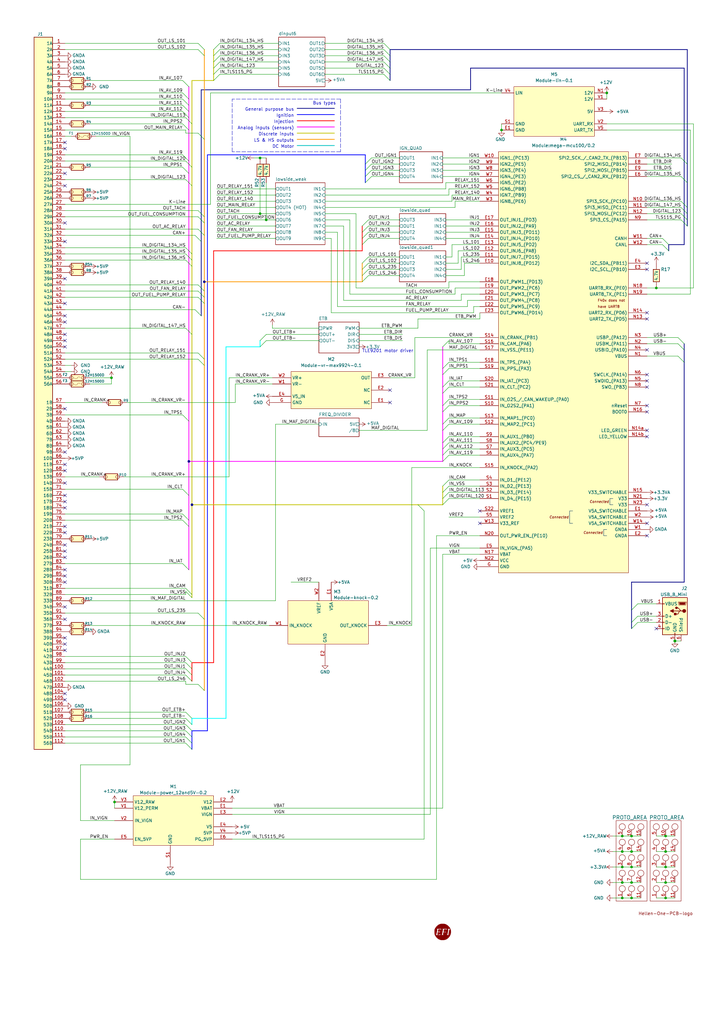
<source format=kicad_sch>
(kicad_sch (version 20230121) (generator eeschema)
  (paper "A3" portrait)
  (title_block (title "hellen-112-17") (date "2023-10-01") (rev "B") (company "rusEFI.com") (comment 1 "https://rusefi.com/s/h112-17"))
  (junction (at 259.08 361.95))
  (junction (at 273.05 368.3))
  (junction (at 259.08 349.25))
  (junction (at 83.82 115.57))
  (junction (at 269.24 118.11))
  (junction (at 259.08 342.9))
  (junction (at 276.86 262.89) (diameter 1.016))
  (junction (at 106.68 64.77))
  (junction (at 273.05 349.25))
  (junction (at 273.05 355.6))
  (junction (at 106.68 87.63))
  (junction (at 259.08 368.3))
  (junction (at 77.47 189.23))
  (junction (at 255.27 368.3))
  (junction (at 78.74 207.01))
  (junction (at 255.27 349.25))
  (junction (at 109.22 90.17))
  (junction (at 255.27 342.9))
  (junction (at 273.05 361.95))
  (junction (at 46.99 328.93))
  (junction (at 273.05 342.9))
  (junction (at 255.27 355.6))
  (junction (at 259.08 355.6))
  (junction (at 255.27 361.95))
  (junction (at 205.74 53.34))
  (junction (at 248.92 38.1))
  (junction (at 45.72 154.94))
  (no_connect (at 26.67 139.7))
  (no_connect (at 26.67 215.9))
  (no_connect (at 26.67 238.76))
  (no_connect (at 26.67 193.04))
  (no_connect (at 265.43 143.51))
  (no_connect (at 26.67 185.42))
  (no_connect (at 265.43 130.81))
  (no_connect (at 265.43 176.53))
  (no_connect (at 26.67 99.06))
  (no_connect (at 26.67 218.44))
  (no_connect (at 265.43 153.67))
  (no_connect (at 26.67 198.12))
  (no_connect (at 265.43 158.75))
  (no_connect (at 265.43 219.71))
  (no_connect (at 26.67 167.64))
  (no_connect (at 26.67 190.5))
  (no_connect (at 26.67 60.96))
  (no_connect (at 26.67 233.68))
  (no_connect (at 160.02 160.02))
  (no_connect (at 26.67 266.7))
  (no_connect (at 26.67 124.46))
  (no_connect (at 26.67 114.3))
  (no_connect (at 26.67 264.16))
  (no_connect (at 26.67 129.54))
  (no_connect (at 26.67 254))
  (no_connect (at 26.67 142.24))
  (no_connect (at 265.43 179.07))
  (no_connect (at 26.67 287.02))
  (no_connect (at 265.43 128.27))
  (no_connect (at 26.67 76.2))
  (no_connect (at 265.43 168.91))
  (no_connect (at 265.43 156.21))
  (no_connect (at 26.67 226.06))
  (no_connect (at 26.67 203.2))
  (no_connect (at 265.43 207.01))
  (no_connect (at 26.67 58.42))
  (no_connect (at 26.67 205.74))
  (no_connect (at 26.67 208.28))
  (no_connect (at 26.67 228.6))
  (no_connect (at 26.67 284.48))
  (no_connect (at 160.02 165.1))
  (no_connect (at 269.24 257.81))
  (no_connect (at 26.67 91.44))
  (no_connect (at 26.67 261.62))
  (no_connect (at 26.67 71.12))
  (no_connect (at 265.43 214.63))
  (no_connect (at 26.67 223.52))
  (no_connect (at 26.67 137.16))
  (no_connect (at 265.43 107.95))
  (no_connect (at 265.43 110.49))
  (no_connect (at 196.85 209.55))
  (no_connect (at 196.85 214.63))
  (no_connect (at 265.43 166.37))
  (no_connect (at 26.67 248.92))
  (no_connect (at 26.67 132.08))
  (no_connect (at 26.67 236.22))
  (bus_entry (at 184.15 199.39) (size -2.54 2.54))
  (bus_entry (at 279.4 72.39) (size 2.54 2.54))
  (bus_entry (at 151.13 113.03) (size -2.54 2.54))
  (bus_entry (at 76.2 66.04) (size 2.54 2.54))
  (bus_entry (at 152.4 72.39) (size -2.54 2.54))
  (bus_entry (at 184.15 181.61) (size -2.54 2.54))
  (bus_entry (at 76.2 276.86) (size 2.54 2.54))
  (bus_entry (at 278.13 138.43) (size 2.54 2.54) (stroke (width 0.1524)))
  (bus_entry (at 81.28 88.9) (size 2.54 2.54))
  (bus_entry (at 76.2 302.26) (size 2.54 2.54))
  (bus_entry (at 74.93 33.02) (size 2.54 2.54))
  (bus_entry (at 80.01 96.52) (size 2.54 2.54))
  (bus_entry (at 157.48 27.94) (size 2.54 2.54))
  (bus_entry (at 157.48 20.32) (size 2.54 2.54))
  (bus_entry (at 184.15 166.37) (size -2.54 2.54))
  (bus_entry (at 261.62 247.65) (size -2.54 2.54))
  (bus_entry (at 261.62 255.27) (size -2.54 2.54))
  (bus_entry (at 81.28 144.78) (size 2.54 2.54))
  (bus_entry (at 74.93 45.72) (size 2.54 2.54))
  (bus_entry (at 157.48 22.86) (size 2.54 2.54))
  (bus_entry (at 184.15 163.83) (size -2.54 2.54))
  (bus_entry (at 184.15 179.07) (size -2.54 2.54))
  (bus_entry (at 279.4 85.09) (size 2.54 2.54))
  (bus_entry (at 81.28 93.98) (size 2.54 2.54))
  (bus_entry (at 81.28 121.92) (size 2.54 2.54))
  (bus_entry (at 90.17 17.78) (size -2.54 2.54))
  (bus_entry (at 184.15 139.7) (size -2.54 2.54))
  (bus_entry (at 76.2 269.24) (size 2.54 2.54))
  (bus_entry (at 151.13 90.17) (size -2.54 2.54))
  (bus_entry (at 74.93 210.82) (size 2.54 2.54))
  (bus_entry (at 74.93 200.66) (size 2.54 2.54))
  (bus_entry (at 152.4 69.85) (size -2.54 2.54))
  (bus_entry (at 81.28 119.38) (size 2.54 2.54))
  (bus_entry (at 74.93 38.1) (size 2.54 2.54))
  (bus_entry (at 80.01 127) (size 2.54 2.54))
  (bus_entry (at 74.93 40.64) (size 2.54 2.54))
  (bus_entry (at 184.15 151.13) (size -2.54 2.54))
  (bus_entry (at 173.99 209.55) (size -2.54 -2.54))
  (bus_entry (at 271.78 100.33) (size 2.54 2.54))
  (bus_entry (at 151.13 97.79) (size -2.54 2.54))
  (bus_entry (at 184.15 148.59) (size -2.54 2.54))
  (bus_entry (at 157.48 30.48) (size 2.54 2.54))
  (bus_entry (at 74.93 63.5) (size 2.54 2.54))
  (bus_entry (at 184.15 158.75) (size -2.54 2.54))
  (bus_entry (at 74.93 68.58) (size 2.54 2.54))
  (bus_entry (at 76.2 292.1) (size 2.54 2.54))
  (bus_entry (at 90.17 30.48) (size -2.54 2.54))
  (bus_entry (at 109.22 139.7) (size -2.54 2.54))
  (bus_entry (at 279.4 87.63) (size 2.54 2.54))
  (bus_entry (at 278.13 146.05) (size 2.54 2.54) (stroke (width 0.1524)))
  (bus_entry (at 157.48 25.4) (size 2.54 2.54))
  (bus_entry (at 81.28 280.67) (size 2.54 2.54))
  (bus_entry (at 151.13 105.41) (size -2.54 2.54))
  (bus_entry (at 184.15 184.15) (size -2.54 2.54))
  (bus_entry (at 76.2 106.68) (size 2.54 2.54))
  (bus_entry (at 76.2 73.66) (size 2.54 2.54))
  (bus_entry (at 76.2 104.14) (size 2.54 2.54))
  (bus_entry (at 261.62 252.73) (size -2.54 2.54))
  (bus_entry (at 151.13 107.95) (size -2.54 2.54))
  (bus_entry (at 184.15 186.69) (size -2.54 2.54))
  (bus_entry (at 271.78 97.79) (size 2.54 2.54))
  (bus_entry (at 184.15 196.85) (size -2.54 2.54))
  (bus_entry (at 74.93 43.18) (size 2.54 2.54))
  (bus_entry (at 184.15 171.45) (size -2.54 2.54))
  (bus_entry (at 90.17 20.32) (size -2.54 2.54))
  (bus_entry (at 81.28 116.84) (size 2.54 2.54))
  (bus_entry (at 184.15 204.47) (size -2.54 2.54))
  (bus_entry (at 90.17 22.86) (size -2.54 2.54))
  (bus_entry (at 278.13 140.97) (size 2.54 2.54) (stroke (width 0.1524)))
  (bus_entry (at 152.4 67.31) (size -2.54 2.54))
  (bus_entry (at 76.2 242.57) (size 2.54 2.54))
  (bus_entry (at 151.13 92.71) (size -2.54 2.54))
  (bus_entry (at 76.2 299.72) (size 2.54 2.54))
  (bus_entry (at 76.2 48.26) (size 2.54 2.54))
  (bus_entry (at 279.4 82.55) (size 2.54 2.54))
  (bus_entry (at 76.2 271.78) (size 2.54 2.54))
  (bus_entry (at 151.13 110.49) (size -2.54 2.54))
  (bus_entry (at 76.2 304.8) (size 2.54 2.54))
  (bus_entry (at 109.22 137.16) (size -2.54 2.54))
  (bus_entry (at 90.17 27.94) (size -2.54 2.54))
  (bus_entry (at 74.93 213.36) (size 2.54 2.54))
  (bus_entry (at 76.2 134.62) (size 2.54 2.54))
  (bus_entry (at 184.15 156.21) (size -2.54 2.54))
  (bus_entry (at 81.28 86.36) (size 2.54 2.54))
  (bus_entry (at 76.2 297.18) (size 2.54 2.54))
  (bus_entry (at 157.48 17.78) (size 2.54 2.54))
  (bus_entry (at 81.28 20.32) (size 2.54 2.54))
  (bus_entry (at 76.2 101.6) (size 2.54 2.54))
  (bus_entry (at 279.4 90.17) (size 2.54 2.54))
  (bus_entry (at 76.2 294.64) (size 2.54 2.54))
  (bus_entry (at 81.28 147.32) (size 2.54 2.54))
  (bus_entry (at 151.13 95.25) (size -2.54 2.54))
  (bus_entry (at 81.28 251.46) (size 2.54 2.54))
  (bus_entry (at 279.4 64.77) (size 2.54 2.54))
  (bus_entry (at 81.28 54.61) (size 2.54 2.54))
  (bus_entry (at 76.2 241.3) (size 2.54 2.54))
  (bus_entry (at 74.93 231.14) (size 2.54 2.54))
  (bus_entry (at 76.2 274.32) (size 2.54 2.54))
  (bus_entry (at 81.28 17.78) (size 2.54 2.54))
  (bus_entry (at 74.93 50.8) (size 2.54 2.54))
  (bus_entry (at 74.93 170.18) (size 2.54 2.54))
  (bus_entry (at 152.4 64.77) (size -2.54 2.54))
  (bus_entry (at 184.15 201.93) (size -2.54 2.54))
  (bus_entry (at 90.17 25.4) (size -2.54 2.54))
  (bus_entry (at 184.15 173.99) (size -2.54 2.54))
  (wire (pts (xy 255.27 349.25) (xy 259.08 349.25)))
  (wire (pts (xy 26.67 302.26) (xy 76.2 302.26)))
  (bus (pts (xy 160.02 22.86) (xy 160.02 25.4)))
  (wire (pts (xy 151.13 110.49) (xy 163.83 110.49)))
  (wire (pts (xy 74.93 33.02) (xy 36.83 33.02)))
  (wire (pts (xy 88.9 77.47) (xy 113.03 77.47)))
  (bus (pts (xy 77.47 203.2) (xy 77.47 213.36)) (stroke (width 0) (color 255 0 255 1)))
  (wire (pts (xy 26.67 269.24) (xy 76.2 269.24)))
  (wire (pts (xy 182.88 113.03) (xy 190.5 113.03)))
  (bus (pts (xy 82.55 99.06) (xy 82.55 36.83)))
  (wire (pts (xy 269.24 252.73) (xy 261.62 252.73)))
  (bus (pts (xy 149.86 69.85) (xy 149.86 72.39)) (stroke (width 0) (color 0 0 255 1)))
  (wire (pts (xy 147.32 139.7) (xy 165.1 139.7)))
  (wire (pts (xy 88.9 92.71) (xy 113.03 92.71)))
  (wire (pts (xy 275.59 67.31) (xy 265.43 67.31)))
  (wire (pts (xy 26.67 121.92) (xy 81.28 121.92)))
  (wire (pts (xy 170.18 154.94) (xy 160.02 154.94)))
  (wire (pts (xy 151.13 95.25) (xy 163.83 95.25)))
  (wire (pts (xy 273.05 342.9) (xy 276.86 342.9)))
  (wire (pts (xy 186.69 118.11) (xy 186.69 120.65)))
  (wire (pts (xy 194.31 128.27) (xy 135.89 128.27)))
  (bus (pts (xy 148.59 100.33) (xy 148.59 102.87)) (stroke (width 0) (color 255 0 0 1)))
  (bus (pts (xy 181.61 151.13) (xy 181.61 153.67)) (stroke (width 0) (color 255 0 255 1)))
  (bus (pts (xy 137.16 49.53) (xy 121.92 49.53)) (stroke (width 0.3048) (color 255 0 0 1)))
  (wire (pts (xy 96.52 157.48) (xy 96.52 165.1)))
  (wire (pts (xy 26.67 83.82) (xy 86.36 83.82)))
  (wire (pts (xy 96.52 157.48) (xy 111.76 157.48)))
  (wire (pts (xy 93.98 154.94) (xy 111.76 154.94)))
  (bus (pts (xy 77.47 53.34) (xy 77.47 66.04)) (stroke (width 0) (color 255 0 255 1)))
  (wire (pts (xy 255.27 368.3) (xy 259.08 368.3)))
  (wire (pts (xy 26.67 213.36) (xy 74.93 213.36)))
  (bus (pts (xy 181.61 186.69) (xy 181.61 189.23)) (stroke (width 0) (color 255 0 255 1)))
  (wire (pts (xy 26.67 147.32) (xy 81.28 147.32)))
  (bus (pts (xy 106.68 139.7) (xy 106.68 142.24)) (stroke (width 0) (color 0 255 255 1)))
  (wire (pts (xy 265.43 90.17) (xy 279.4 90.17)))
  (wire (pts (xy 26.67 38.1) (xy 74.93 38.1)))
  (wire (pts (xy 170.18 138.43) (xy 196.85 138.43)))
  (wire (pts (xy 140.97 92.71) (xy 133.35 92.71)))
  (wire (pts (xy 251.46 349.25) (xy 255.27 349.25)))
  (wire (pts (xy 179.07 360.68) (xy 33.02 360.68)))
  (bus (pts (xy 281.94 90.17) (xy 281.94 87.63)))
  (wire (pts (xy 151.13 90.17) (xy 163.83 90.17)))
  (wire (pts (xy 265.43 87.63) (xy 279.4 87.63)))
  (bus (pts (xy 83.82 121.92) (xy 83.82 124.46)) (stroke (width 0) (color 255 153 0 1)))
  (bus (pts (xy 137.16 57.15) (xy 121.92 57.15)) (stroke (width 0.3048) (color 255 153 0 1)))
  (wire (pts (xy 95.25 331.47) (xy 181.61 331.47)))
  (wire (pts (xy 251.46 355.6) (xy 255.27 355.6)))
  (bus (pts (xy 281.94 92.71) (xy 281.94 90.17)))
  (wire (pts (xy 26.67 271.78) (xy 76.2 271.78)))
  (wire (pts (xy 26.67 86.36) (xy 81.28 86.36)))
  (bus (pts (xy 92.71 294.64) (xy 78.74 294.64)) (stroke (width 0) (color 0 255 255 1)))
  (wire (pts (xy 152.4 67.31) (xy 163.83 67.31)))
  (wire (pts (xy 265.43 82.55) (xy 279.4 82.55)))
  (wire (pts (xy 184.15 158.75) (xy 196.85 158.75)))
  (wire (pts (xy 271.78 97.79) (xy 265.43 97.79)))
  (wire (pts (xy 151.13 107.95) (xy 163.83 107.95)))
  (bus (pts (xy 181.61 153.67) (xy 181.61 158.75)) (stroke (width 0) (color 255 0 255 1)))
  (wire (pts (xy 179.07 219.71) (xy 196.85 219.71)))
  (bus (pts (xy 82.55 36.83) (xy 193.04 36.83)))
  (wire (pts (xy 74.93 50.8) (xy 36.83 50.8)))
  (wire (pts (xy 194.31 125.73) (xy 194.31 128.27)))
  (wire (pts (xy 119.38 238.76) (xy 130.81 238.76)))
  (wire (pts (xy 184.15 171.45) (xy 196.85 171.45)))
  (wire (pts (xy 26.67 96.52) (xy 80.01 96.52)))
  (bus (pts (xy 148.59 97.79) (xy 148.59 100.33)) (stroke (width 0) (color 255 0 0 1)))
  (wire (pts (xy 182.88 92.71) (xy 196.85 92.71)))
  (bus (pts (xy 181.61 166.37) (xy 181.61 168.91)) (stroke (width 0) (color 255 0 255 1)))
  (wire (pts (xy 152.4 69.85) (xy 163.83 69.85)))
  (wire (pts (xy 39.37 55.88) (xy 53.34 55.88)))
  (wire (pts (xy 36.83 157.48) (xy 45.72 157.48)))
  (bus (pts (xy 171.45 207.01) (xy 181.61 207.01)) (stroke (width 0) (color 194 194 0 1)))
  (bus (pts (xy 77.47 43.18) (xy 77.47 45.72)) (stroke (width 0) (color 255 0 255 1)))
  (wire (pts (xy 26.67 45.72) (xy 74.93 45.72)))
  (bus (pts (xy 281.94 85.09) (xy 281.94 74.93)))
  (bus (pts (xy 181.61 199.39) (xy 181.61 201.93)) (stroke (width 0) (color 194 194 0 1)))
  (bus (pts (xy 281.94 67.31) (xy 281.94 20.32)))
  (polyline (pts (xy 139.7 40.64) (xy 95.25 40.64)) (stroke (width 0) (type dash)))
  (bus (pts (xy 148.59 95.25) (xy 148.59 97.79)) (stroke (width 0) (color 255 0 0 1)))
  (wire (pts (xy 269.24 349.25) (xy 273.05 349.25)))
  (bus (pts (xy 259.08 250.19) (xy 259.08 255.27)))
  (wire (pts (xy 33.02 313.69) (xy 33.02 336.55)))
  (wire (pts (xy 181.61 72.39) (xy 196.85 72.39)))
  (bus (pts (xy 78.74 68.58) (xy 78.74 50.8)) (stroke (width 0) (color 194 194 0 1)))
  (wire (pts (xy 36.83 294.64) (xy 76.2 294.64)))
  (wire (pts (xy 133.35 77.47) (xy 182.88 77.47)))
  (wire (pts (xy 187.96 107.95) (xy 187.96 102.87)))
  (bus (pts (xy 181.61 142.24) (xy 181.61 151.13)) (stroke (width 0) (color 255 0 255 1)))
  (wire (pts (xy 168.91 191.77) (xy 196.85 191.77)))
  (wire (pts (xy 182.88 110.49) (xy 189.23 110.49)))
  (wire (pts (xy 273.05 361.95) (xy 276.86 361.95)))
  (wire (pts (xy 36.83 292.1) (xy 76.2 292.1)))
  (wire (pts (xy 181.61 227.33) (xy 196.85 227.33)))
  (wire (pts (xy 261.62 247.65) (xy 269.24 247.65)))
  (bus (pts (xy 149.86 63.5) (xy 149.86 67.31)) (stroke (width 0) (color 0 0 255 1)))
  (wire (pts (xy 184.15 140.97) (xy 196.85 140.97)))
  (wire (pts (xy 191.77 123.19) (xy 196.85 123.19)))
  (wire (pts (xy 147.32 137.16) (xy 165.1 137.16)))
  (wire (pts (xy 284.48 50.8) (xy 284.48 118.11)))
  (wire (pts (xy 133.35 90.17) (xy 143.51 90.17)))
  (bus (pts (xy 85.09 299.72) (xy 85.09 63.5)) (stroke (width 0) (color 0 0 255 1)))
  (bus (pts (xy 83.82 88.9) (xy 83.82 91.44)) (stroke (width 0) (color 255 153 0 1)))
  (bus (pts (xy 77.47 45.72) (xy 77.47 48.26)) (stroke (width 0) (color 255 0 255 1)))
  (wire (pts (xy 151.13 97.79) (xy 163.83 97.79)))
  (wire (pts (xy 184.15 151.13) (xy 196.85 151.13)))
  (bus (pts (xy 148.59 107.95) (xy 148.59 110.49)) (stroke (width 0) (color 255 153 0 1)))
  (bus (pts (xy 87.63 271.78) (xy 78.74 271.78)) (stroke (width 0) (color 255 0 0 1)))
  (wire (pts (xy 151.13 92.71) (xy 163.83 92.71)))
  (wire (pts (xy 26.67 48.26) (xy 76.2 48.26)))
  (bus (pts (xy 181.61 158.75) (xy 181.61 161.29)) (stroke (width 0) (color 255 0 255 1)))
  (bus (pts (xy 281.94 87.63) (xy 281.94 85.09)))
  (bus (pts (xy 78.74 299.72) (xy 85.09 299.72)) (stroke (width 0) (color 0 0 255 1)))
  (wire (pts (xy 171.45 134.62) (xy 171.45 130.81)))
  (wire (pts (xy 279.4 262.89) (xy 276.86 262.89)))
  (bus (pts (xy 280.67 100.33) (xy 274.32 100.33)))
  (bus (pts (xy 259.08 255.27) (xy 259.08 257.81)))
  (wire (pts (xy 196.85 82.55) (xy 186.69 82.55)))
  (wire (pts (xy 143.51 120.65) (xy 143.51 90.17)))
  (wire (pts (xy 171.45 130.81) (xy 196.85 130.81)))
  (bus (pts (xy 280.67 238.76) (xy 280.67 148.59)))
  (wire (pts (xy 259.08 361.95) (xy 262.89 361.95)))
  (polyline (pts (xy 139.7 62.23) (xy 95.25 62.23)) (stroke (width 0) (type dash)))
  (wire (pts (xy 265.43 140.97) (xy 278.13 140.97)))
  (bus (pts (xy 259.08 238.76) (xy 280.67 238.76)))
  (wire (pts (xy 184.15 118.11) (xy 184.15 115.57)))
  (wire (pts (xy 186.69 82.55) (xy 186.69 85.09)))
  (wire (pts (xy 26.67 210.82) (xy 74.93 210.82)))
  (wire (pts (xy 26.67 152.4) (xy 29.21 152.4)))
  (bus (pts (xy 83.82 119.38) (xy 83.82 121.92)) (stroke (width 0) (color 255 153 0 1)))
  (wire (pts (xy 181.61 64.77) (xy 196.85 64.77)))
  (wire (pts (xy 109.22 139.7) (xy 130.81 139.7)))
  (wire (pts (xy 173.99 209.55) (xy 173.99 344.17)))
  (bus (pts (xy 280.67 27.94) (xy 280.67 100.33)))
  (bus (pts (xy 78.74 50.8) (xy 78.74 33.02)) (stroke (width 0) (color 194 194 0 1)))
  (wire (pts (xy 196.85 120.65) (xy 189.23 120.65)))
  (wire (pts (xy 184.15 196.85) (xy 196.85 196.85)))
  (wire (pts (xy 269.24 368.3) (xy 273.05 368.3)))
  (bus (pts (xy 148.59 110.49) (xy 148.59 113.03)) (stroke (width 0) (color 255 153 0 1)))
  (wire (pts (xy 90.17 30.48) (xy 114.3 30.48)))
  (wire (pts (xy 248.92 53.34) (xy 283.21 53.34)))
  (bus (pts (xy 137.16 59.69) (xy 121.92 59.69)) (stroke (width 0.3048) (color 0 194 194 1)))
  (wire (pts (xy 36.83 246.38) (xy 113.03 246.38)))
  (wire (pts (xy 26.67 73.66) (xy 76.2 73.66)))
  (wire (pts (xy 133.35 85.09) (xy 186.69 85.09)))
  (wire (pts (xy 26.67 200.66) (xy 74.93 200.66)))
  (wire (pts (xy 186.69 120.65) (xy 143.51 120.65)))
  (bus (pts (xy 137.16 44.45) (xy 121.92 44.45)))
  (wire (pts (xy 184.15 179.07) (xy 196.85 179.07)))
  (bus (pts (xy 87.63 30.48) (xy 87.63 33.02)) (stroke (width 0) (color 194 194 0 1)))
  (bus (pts (xy 181.61 181.61) (xy 181.61 184.15)) (stroke (width 0) (color 255 0 255 1)))
  (wire (pts (xy 26.67 106.68) (xy 76.2 106.68)))
  (wire (pts (xy 189.23 123.19) (xy 140.97 123.19)))
  (wire (pts (xy 133.35 22.86) (xy 157.48 22.86)))
  (polyline (pts (xy 95.25 62.23) (xy 95.25 40.64)) (stroke (width 0) (type dash)))
  (wire (pts (xy 191.77 125.73) (xy 191.77 123.19)))
  (wire (pts (xy 184.15 212.09) (xy 196.85 212.09)))
  (wire (pts (xy 26.67 241.3) (xy 76.2 241.3)))
  (wire (pts (xy 168.91 256.54) (xy 168.91 191.77)))
  (bus (pts (xy 77.47 40.64) (xy 77.47 43.18)) (stroke (width 0) (color 255 0 255 1)))
  (bus (pts (xy 87.63 102.87) (xy 87.63 271.78)) (stroke (width 0) (color 255 0 0 1)))
  (wire (pts (xy 273.05 355.6) (xy 276.86 355.6)))
  (bus (pts (xy 77.47 172.72) (xy 77.47 189.23)) (stroke (width 0) (color 255 0 255 1)))
  (bus (pts (xy 106.68 142.24) (xy 92.71 142.24)) (stroke (width 0) (color 0 255 255 1)))
  (wire (pts (xy 76.2 280.67) (xy 81.28 280.67)))
  (bus (pts (xy 78.74 104.14) (xy 78.74 76.2)) (stroke (width 0) (color 194 194 0 1)))
  (wire (pts (xy 248.92 50.8) (xy 284.48 50.8)))
  (wire (pts (xy 36.83 256.54) (xy 110.49 256.54)))
  (wire (pts (xy 248.92 38.1) (xy 248.92 40.64)))
  (wire (pts (xy 133.35 25.4) (xy 157.48 25.4)))
  (bus (pts (xy 181.61 184.15) (xy 181.61 186.69)) (stroke (width 0) (color 255 0 255 1)))
  (bus (pts (xy 280.67 140.97) (xy 280.67 143.51)))
  (wire (pts (xy 26.67 297.18) (xy 76.2 297.18)))
  (wire (pts (xy 184.15 199.39) (xy 196.85 199.39)))
  (wire (pts (xy 152.4 64.77) (xy 163.83 64.77)))
  (wire (pts (xy 26.67 53.34) (xy 76.2 53.34)))
  (wire (pts (xy 182.88 105.41) (xy 185.42 105.41)))
  (wire (pts (xy 90.17 25.4) (xy 114.3 25.4)))
  (wire (pts (xy 26.67 195.58) (xy 40.64 195.58)))
  (wire (pts (xy 26.67 170.18) (xy 74.93 170.18)))
  (bus (pts (xy 83.82 115.57) (xy 83.82 119.38)) (stroke (width 0) (color 255 153 0 1)))
  (wire (pts (xy 184.15 80.01) (xy 133.35 80.01)))
  (bus (pts (xy 77.47 215.9) (xy 77.47 233.68)) (stroke (width 0) (color 255 0 255 1)))
  (bus (pts (xy 78.74 207.01) (xy 171.45 207.01)) (stroke (width 0) (color 194 194 0 1)))
  (wire (pts (xy 189.23 120.65) (xy 189.23 123.19)))
  (wire (pts (xy 255.27 342.9) (xy 259.08 342.9)))
  (bus (pts (xy 193.04 36.83) (xy 193.04 27.94)))
  (bus (pts (xy 181.61 173.99) (xy 181.61 176.53)) (stroke (width 0) (color 255 0 255 1)))
  (wire (pts (xy 88.9 95.25) (xy 113.03 95.25)))
  (wire (pts (xy 33.02 344.17) (xy 46.99 344.17)))
  (wire (pts (xy 190.5 113.03) (xy 190.5 107.95)))
  (wire (pts (xy 273.05 349.25) (xy 276.86 349.25)))
  (wire (pts (xy 90.17 27.94) (xy 114.3 27.94)))
  (bus (pts (xy 83.82 147.32) (xy 83.82 149.86)) (stroke (width 0) (color 255 153 0 1)))
  (wire (pts (xy 88.9 97.79) (xy 113.03 97.79)))
  (wire (pts (xy 26.67 119.38) (xy 81.28 119.38)))
  (bus (pts (xy 181.61 168.91) (xy 181.61 173.99)) (stroke (width 0) (color 255 0 255 1)))
  (wire (pts (xy 53.34 313.69) (xy 33.02 313.69)))
  (wire (pts (xy 76.2 53.34) (xy 76.2 54.61)))
  (wire (pts (xy 138.43 95.25) (xy 138.43 125.73)))
  (wire (pts (xy 135.89 128.27) (xy 135.89 97.79)))
  (bus (pts (xy 280.67 143.51) (xy 280.67 148.59)))
  (bus (pts (xy 83.82 124.46) (xy 83.82 147.32)) (stroke (width 0) (color 255 153 0 1)))
  (wire (pts (xy 26.67 134.62) (xy 76.2 134.62)))
  (bus (pts (xy 78.74 274.32) (xy 78.74 276.86)) (stroke (width 0) (color 255 0 0 1)))
  (bus (pts (xy 78.74 33.02) (xy 87.63 33.02)) (stroke (width 0) (color 194 194 0 1)))
  (wire (pts (xy 86.36 38.1) (xy 205.74 38.1)))
  (wire (pts (xy 196.85 125.73) (xy 194.31 125.73)))
  (wire (pts (xy 26.67 144.78) (xy 81.28 144.78)))
  (wire (pts (xy 184.15 173.99) (xy 196.85 173.99)))
  (wire (pts (xy 90.17 20.32) (xy 114.3 20.32)))
  (wire (pts (xy 265.43 85.09) (xy 279.4 85.09)))
  (wire (pts (xy 26.67 63.5) (xy 74.93 63.5)))
  (wire (pts (xy 135.89 97.79) (xy 133.35 97.79)))
  (bus (pts (xy 78.74 106.68) (xy 78.74 104.14)) (stroke (width 0) (color 194 194 0 1)))
  (wire (pts (xy 138.43 125.73) (xy 191.77 125.73)))
  (bus (pts (xy 87.63 20.32) (xy 87.63 22.86)) (stroke (width 0) (color 194 194 0 1)))
  (wire (pts (xy 185.42 105.41) (xy 185.42 100.33)))
  (wire (pts (xy 50.8 195.58) (xy 93.98 195.58)))
  (wire (pts (xy 184.15 204.47) (xy 196.85 204.47)))
  (wire (pts (xy 26.67 299.72) (xy 76.2 299.72)))
  (wire (pts (xy 179.07 219.71) (xy 179.07 360.68)))
  (wire (pts (xy 182.88 97.79) (xy 196.85 97.79)))
  (wire (pts (xy 259.08 355.6) (xy 262.89 355.6)))
  (wire (pts (xy 184.15 77.47) (xy 184.15 80.01)))
  (wire (pts (xy 265.43 118.11) (xy 269.24 118.11)))
  (wire (pts (xy 111.76 134.62) (xy 130.81 134.62)))
  (wire (pts (xy 88.9 80.01) (xy 113.03 80.01)))
  (bus (pts (xy 83.82 254) (xy 83.82 283.21)) (stroke (width 0) (color 255 153 0 1)))
  (wire (pts (xy 184.15 201.93) (xy 196.85 201.93)))
  (wire (pts (xy 109.22 74.93) (xy 109.22 90.17)))
  (bus (pts (xy 160.02 25.4) (xy 160.02 27.94)))
  (wire (pts (xy 283.21 53.34) (xy 283.21 120.65)))
  (wire (pts (xy 168.91 256.54) (xy 158.75 256.54)))
  (wire (pts (xy 26.67 55.88) (xy 29.21 55.88)))
  (bus (pts (xy 83.82 115.57) (xy 148.59 115.57)) (stroke (width 0) (color 255 153 0 1)))
  (bus (pts (xy 77.47 66.04) (xy 77.47 71.12)) (stroke (width 0) (color 255 0 255 1)))
  (wire (pts (xy 26.67 66.04) (xy 76.2 66.04)))
  (wire (pts (xy 26.67 101.6) (xy 76.2 101.6)))
  (bus (pts (xy 83.82 149.86) (xy 83.82 254)) (stroke (width 0) (color 255 153 0 1)))
  (wire (pts (xy 113.03 173.99) (xy 130.81 173.99)))
  (wire (pts (xy 271.78 100.33) (xy 265.43 100.33)))
  (wire (pts (xy 259.08 368.3) (xy 262.89 368.3)))
  (wire (pts (xy 182.88 95.25) (xy 196.85 95.25)))
  (wire (pts (xy 184.15 163.83) (xy 196.85 163.83)))
  (wire (pts (xy 26.67 276.86) (xy 76.2 276.86)))
  (wire (pts (xy 26.67 93.98) (xy 81.28 93.98)))
  (bus (pts (xy 181.61 201.93) (xy 181.61 204.47)) (stroke (width 0) (color 194 194 0 1)))
  (wire (pts (xy 185.42 80.01) (xy 196.85 80.01)))
  (wire (pts (xy 106.68 64.77) (xy 109.22 64.77)))
  (bus (pts (xy 78.74 307.34) (xy 78.74 304.8)) (stroke (width 0) (color 0 0 255 1)))
  (wire (pts (xy 104.14 64.77) (xy 106.68 64.77)))
  (bus (pts (xy 77.47 71.12) (xy 77.47 172.72)) (stroke (width 0) (color 255 0 255 1)))
  (bus (pts (xy 181.61 204.47) (xy 181.61 207.01)) (stroke (width 0) (color 194 194 0 1)))
  (wire (pts (xy 190.5 107.95) (xy 196.85 107.95)))
  (bus (pts (xy 83.82 91.44) (xy 83.82 96.52)) (stroke (width 0) (color 255 153 0 1)))
  (bus (pts (xy 160.02 30.48) (xy 160.02 33.02)))
  (polyline (pts (xy 139.7 40.64) (xy 139.7 62.23)) (stroke (width 0) (type dash)))
  (wire (pts (xy 269.24 342.9) (xy 273.05 342.9)))
  (wire (pts (xy 74.93 68.58) (xy 36.83 68.58)))
  (wire (pts (xy 251.46 342.9) (xy 255.27 342.9)))
  (bus (pts (xy 82.55 129.54) (xy 82.55 99.06)))
  (wire (pts (xy 184.15 186.69) (xy 196.85 186.69)))
  (wire (pts (xy 36.83 154.94) (xy 45.72 154.94)))
  (wire (pts (xy 279.4 72.39) (xy 265.43 72.39)))
  (wire (pts (xy 273.05 368.3) (xy 276.86 368.3)))
  (wire (pts (xy 133.35 95.25) (xy 138.43 95.25)))
  (bus (pts (xy 87.63 25.4) (xy 87.63 27.94)) (stroke (width 0) (color 194 194 0 1)))
  (wire (pts (xy 184.15 139.7) (xy 184.15 140.97)))
  (bus (pts (xy 85.09 63.5) (xy 149.86 63.5)) (stroke (width 0) (color 0 0 255 1)))
  (wire (pts (xy 147.32 134.62) (xy 171.45 134.62)))
  (wire (pts (xy 182.88 90.17) (xy 196.85 90.17)))
  (wire (pts (xy 140.97 123.19) (xy 140.97 92.71)))
  (wire (pts (xy 133.35 30.48) (xy 157.48 30.48)))
  (wire (pts (xy 106.68 87.63) (xy 113.03 87.63)))
  (wire (pts (xy 133.35 17.78) (xy 157.48 17.78)))
  (bus (pts (xy 148.59 113.03) (xy 148.59 115.57)) (stroke (width 0) (color 255 153 0 1)))
  (wire (pts (xy 26.67 116.84) (xy 81.28 116.84)))
  (bus (pts (xy 137.16 46.99) (xy 121.92 46.99)) (stroke (width 0.3048) (color 0 0 255 1)))
  (wire (pts (xy 26.67 274.32) (xy 76.2 274.32)))
  (wire (pts (xy 251.46 368.3) (xy 255.27 368.3)))
  (wire (pts (xy 93.98 195.58) (xy 93.98 154.94)))
  (bus (pts (xy 83.82 20.32) (xy 83.82 22.86)) (stroke (width 0) (color 255 153 0 1)))
  (bus (pts (xy 87.63 27.94) (xy 87.63 30.48)) (stroke (width 0) (color 194 194 0 1)))
  (bus (pts (xy 77.47 189.23) (xy 77.47 203.2)) (stroke (width 0) (color 255 0 255 1)))
  (wire (pts (xy 196.85 130.81) (xy 196.85 128.27)))
  (wire (pts (xy 33.02 360.68) (xy 33.02 344.17)))
  (bus (pts (xy 274.32 100.33) (xy 274.32 102.87)))
  (wire (pts (xy 265.43 146.05) (xy 278.13 146.05)))
  (wire (pts (xy 109.22 90.17) (xy 113.03 90.17)))
  (bus (pts (xy 78.74 276.86) (xy 78.74 279.4)) (stroke (width 0) (color 255 0 0 1)))
  (wire (pts (xy 26.67 104.14) (xy 76.2 104.14)))
  (wire (pts (xy 175.26 143.51) (xy 196.85 143.51)))
  (wire (pts (xy 279.4 64.77) (xy 265.43 64.77)))
  (bus (pts (xy 78.74 109.22) (xy 78.74 106.68)) (stroke (width 0) (color 194 194 0 1)))
  (wire (pts (xy 184.15 166.37) (xy 196.85 166.37)))
  (wire (pts (xy 269.24 361.95) (xy 273.05 361.95)))
  (wire (pts (xy 76.2 54.61) (xy 81.28 54.61)))
  (bus (pts (xy 83.82 22.86) (xy 83.82 57.15)) (stroke (width 0) (color 255 153 0 1)))
  (bus (pts (xy 148.59 92.71) (xy 148.59 95.25)) (stroke (width 0) (color 255 0 0 1)))
  (wire (pts (xy 151.13 105.41) (xy 163.83 105.41)))
  (wire (pts (xy 111.76 134.62) (xy 111.76 133.35)))
  (wire (pts (xy 205.74 50.8) (xy 205.74 53.34)))
  (wire (pts (xy 176.53 224.79) (xy 196.85 224.79)))
  (wire (pts (xy 182.88 77.47) (xy 182.88 74.93)))
  (bus (pts (xy 77.47 189.23) (xy 181.61 189.23)) (stroke (width 0) (color 255 0 255 1)))
  (wire (pts (xy 284.48 118.11) (xy 269.24 118.11)))
  (wire (pts (xy 151.13 113.03) (xy 163.83 113.03)))
  (wire (pts (xy 147.32 176.53) (xy 175.26 176.53)))
  (wire (pts (xy 181.61 227.33) (xy 181.61 331.47)))
  (wire (pts (xy 196.85 77.47) (xy 184.15 77.47)))
  (wire (pts (xy 26.67 231.14) (xy 74.93 231.14)))
  (bus (pts (xy 78.74 137.16) (xy 78.74 109.22)) (stroke (width 0) (color 194 194 0 1)))
  (wire (pts (xy 26.67 20.32) (xy 81.28 20.32)))
  (bus (pts (xy 77.47 35.56) (xy 77.47 40.64)) (stroke (width 0) (color 255 0 255 1)))
  (wire (pts (xy 133.35 27.94) (xy 157.48 27.94)))
  (wire (pts (xy 26.67 17.78) (xy 81.28 17.78)))
  (wire (pts (xy 26.67 40.64) (xy 74.93 40.64)))
  (bus (pts (xy 160.02 20.32) (xy 160.02 22.86)))
  (bus (pts (xy 181.61 176.53) (xy 181.61 181.61)) (stroke (width 0) (color 255 0 255 1)))
  (wire (pts (xy 255.27 361.95) (xy 259.08 361.95)))
  (wire (pts (xy 88.9 82.55) (xy 113.03 82.55)))
  (wire (pts (xy 26.67 88.9) (xy 81.28 88.9)))
  (wire (pts (xy 152.4 72.39) (xy 163.83 72.39)))
  (wire (pts (xy 259.08 342.9) (xy 262.89 342.9)))
  (wire (pts (xy 26.67 127) (xy 80.01 127)))
  (wire (pts (xy 106.68 74.93) (xy 106.68 87.63)))
  (bus (pts (xy 78.74 302.26) (xy 78.74 299.72)) (stroke (width 0) (color 0 0 255 1)))
  (wire (pts (xy 46.99 328.93) (xy 46.99 331.47)))
  (wire (pts (xy 86.36 83.82) (xy 86.36 38.1)))
  (wire (pts (xy 187.96 102.87) (xy 196.85 102.87)))
  (bus (pts (xy 87.63 22.86) (xy 87.63 25.4)) (stroke (width 0) (color 194 194 0 1)))
  (wire (pts (xy 184.15 115.57) (xy 196.85 115.57)))
  (wire (pts (xy 88.9 90.17) (xy 109.22 90.17)))
  (wire (pts (xy 196.85 118.11) (xy 186.69 118.11)))
  (wire (pts (xy 146.05 118.11) (xy 184.15 118.11)))
  (wire (pts (xy 275.59 69.85) (xy 265.43 69.85)))
  (wire (pts (xy 184.15 184.15) (xy 196.85 184.15)))
  (wire (pts (xy 255.27 355.6) (xy 259.08 355.6)))
  (wire (pts (xy 184.15 181.61) (xy 196.85 181.61)))
  (wire (pts (xy 109.22 137.16) (xy 130.81 137.16)))
  (wire (pts (xy 76.2 280.67) (xy 76.2 279.4)))
  (wire (pts (xy 90.17 22.86) (xy 114.3 22.86)))
  (bus (pts (xy 77.47 213.36) (xy 77.47 215.9)) (stroke (width 0) (color 255 0 255 1)))
  (bus (pts (xy 137.16 52.07) (xy 121.92 52.07)) (stroke (width 0.3048) (color 255 0 255 1)))
  (wire (pts (xy 185.42 82.55) (xy 185.42 80.01)))
  (wire (pts (xy 26.67 165.1) (xy 41.91 165.1)))
  (bus (pts (xy 137.16 54.61) (xy 121.92 54.61)) (stroke (width 0.3048) (color 194 194 0 1)))
  (wire (pts (xy 196.85 105.41) (xy 189.23 105.41)))
  (bus (pts (xy 78.74 207.01) (xy 78.74 243.84)) (stroke (width 0) (color 194 194 0 1)))
  (wire (pts (xy 26.67 149.86) (xy 29.21 149.86)))
  (wire (pts (xy 184.15 156.21) (xy 196.85 156.21)))
  (bus (pts (xy 78.74 243.84) (xy 78.74 245.11)) (stroke (width 0) (color 194 194 0 1)))
  (wire (pts (xy 95.25 334.01) (xy 176.53 334.01)))
  (wire (pts (xy 52.07 165.1) (xy 96.52 165.1)))
  (wire (pts (xy 251.46 361.95) (xy 255.27 361.95)))
  (wire (pts (xy 269.24 255.27) (xy 261.62 255.27)))
  (wire (pts (xy 185.42 100.33) (xy 196.85 100.33)))
  (wire (pts (xy 45.72 154.94) (xy 45.72 157.48)))
  (wire (pts (xy 283.21 120.65) (xy 265.43 120.65)))
  (wire (pts (xy 133.35 82.55) (xy 185.42 82.55)))
  (bus (pts (xy 181.61 161.29) (xy 181.61 166.37)) (stroke (width 0) (color 255 0 255 1)))
  (bus (pts (xy 149.86 67.31) (xy 149.86 69.85)) (stroke (width 0) (color 0 0 255 1)))
  (wire (pts (xy 113.03 246.38) (xy 113.03 173.99)))
  (wire (pts (xy 76.2 242.57) (xy 76.2 243.84)))
  (wire (pts (xy 33.02 336.55) (xy 46.99 336.55)))
  (wire (pts (xy 181.61 67.31) (xy 196.85 67.31)))
  (wire (pts (xy 26.67 243.84) (xy 76.2 243.84)))
  (wire (pts (xy 182.88 74.93) (xy 196.85 74.93)))
  (wire (pts (xy 26.67 279.4) (xy 76.2 279.4)))
  (wire (pts (xy 74.93 43.18) (xy 36.83 43.18)))
  (wire (pts (xy 181.61 69.85) (xy 196.85 69.85)))
  (bus (pts (xy 83.82 57.15) (xy 83.82 88.9)) (stroke (width 0) (color 255 153 0 1)))
  (wire (pts (xy 189.23 105.41) (xy 189.23 110.49)))
  (bus (pts (xy 149.86 72.39) (xy 149.86 74.93)) (stroke (width 0) (color 0 0 255 1)))
  (wire (pts (xy 26.67 251.46) (xy 81.28 251.46)))
  (wire (pts (xy 90.17 17.78) (xy 114.3 17.78)))
  (bus (pts (xy 281.94 20.32) (xy 160.02 20.32)))
  (bus (pts (xy 83.82 96.52) (xy 83.82 115.57)) (stroke (width 0) (color 255 153 0 1)))
  (bus (pts (xy 77.47 48.26) (xy 77.47 53.34)) (stroke (width 0) (color 255 0 255 1)))
  (wire (pts (xy 53.34 55.88) (xy 53.34 313.69)))
  (bus (pts (xy 160.02 27.94) (xy 160.02 30.48)))
  (wire (pts (xy 146.05 87.63) (xy 146.05 118.11)))
  (wire (pts (xy 259.08 349.25) (xy 262.89 349.25)))
  (wire (pts (xy 170.18 154.94) (xy 170.18 138.43)))
  (wire (pts (xy 269.24 355.6) (xy 273.05 355.6)))
  (wire (pts (xy 184.15 148.59) (xy 196.85 148.59)))
  (wire (pts (xy 26.67 304.8) (xy 76.2 304.8)))
  (wire (pts (xy 133.35 20.32) (xy 157.48 20.32)))
  (wire (pts (xy 88.9 85.09) (xy 113.03 85.09)))
  (bus (pts (xy 78.74 137.16) (xy 78.74 207.01)) (stroke (width 0) (color 194 194 0 1)))
  (wire (pts (xy 265.43 138.43) (xy 278.13 138.43)))
  (wire (pts (xy 175.26 176.53) (xy 175.26 143.51)))
  (bus (pts (xy 78.74 304.8) (xy 78.74 302.26)) (stroke (width 0) (color 0 0 255 1)))
  (bus (pts (xy 78.74 76.2) (xy 78.74 68.58)) (stroke (width 0) (color 194 194 0 1)))
  (bus (pts (xy 259.08 238.76) (xy 259.08 250.19)))
  (wire (pts (xy 133.35 87.63) (xy 146.05 87.63)))
  (bus (pts (xy 78.74 271.78) (xy 78.74 274.32)) (stroke (width 0) (color 255 0 0 1)))
  (bus (pts (xy 92.71 142.24) (xy 92.71 294.64)) (stroke (width 0) (color 0 255 255 1)))
  (wire (pts (xy 88.9 87.63) (xy 106.68 87.63)))
  (wire (pts (xy 176.53 334.01) (xy 176.53 224.79)))
  (wire (pts (xy 182.88 107.95) (xy 187.96 107.95)))
  (bus (pts (xy 78.74 294.64) (xy 78.74 297.18)) (stroke (width 0) (color 0 255 255 1)))
  (bus (pts (xy 148.59 102.87) (xy 87.63 102.87)) (stroke (width 0) (color 255 0 0 1)))
  (wire (pts (xy 95.25 344.17) (xy 173.99 344.17)))
  (bus (pts (xy 281.94 74.93) (xy 281.94 67.31)))
  (bus (pts (xy 193.04 27.94) (xy 280.67 27.94)))
  (text "TLE9201 motor driver" (at 148.59 144.78 0) (effects (font (size 1.27 1.27)) (justify left bottom)))
  (text "General purpose bus" (at 120.65 45.72 0) (effects (font (size 1.27 1.27)) (justify right bottom)))
  (text "Bus types" (at 128.27 43.18 0) (effects (font (size 1.27 1.27)) (justify left bottom)))
  (text "Injection" (at 120.65 50.8 0) (effects (font (size 1.27 1.27)) (justify right bottom)))
  (text "Discrete inputs" (at 120.65 55.88 0) (effects (font (size 1.27 1.27)) (justify right bottom)))
  (text "LS & HS outputs" (at 120.65 58.42 0) (effects (font (size 1.27 1.27)) (justify right bottom)))
  (text "Analog inputs (sensors)" (at 120.65 53.34 0) (effects (font (size 1.27 1.27)) (justify right bottom)))
  (text "Ignition" (at 120.65 48.26 0) (effects (font (size 1.27 1.27)) (justify right bottom)))
  (text "DC Motor" (at 120.65 60.96 0) (effects (font (size 1.27 1.27)) (justify right bottom)))
  (label "OUT_INJ2" (at 151.13 92.71 0))
  (label "IN_AV_111" (at 74.93 43.18 180))
  (label "IN_AV_112" (at 184.15 184.15 0))
  (label "IN_DIGITAL_147_HS" (at 90.17 25.4 0))
  (label "TACH" (at 166.37 118.11 0))
  (label "IN_AV_110" (at 184.15 179.07 0))
  (label "MAF_DIGITAL" (at 163.83 176.53 180))
  (label "OUT_AC_RELAY" (at 76.2 93.98 180))
  (label "CRANK_VR" (at 184.15 138.43 0))
  (label "OUT_RELAY_152" (at 88.9 80.01 0))
  (label "ETB_DIS" (at 275.59 69.85 180))
  (label "K-Line" (at 76.2 83.82 180))
  (label "LS_235" (at 196.85 105.41 180))
  (label "IN_AV_107" (at 74.93 33.02 180))
  (label "IGN2" (at 196.85 67.31 180))
  (label "OUT_FUEL_PUMP_RELAY" (at 76.2 121.92 180))
  (label "AC_RELAY" (at 166.37 123.19 0))
  (label "OUT_FUEL_CONSUMPTION" (at 88.9 90.17 0))
  (label "RELAY_151" (at 196.85 74.93 180))
  (label "IN_AV_109" (at 184.15 173.99 0))
  (label "IN_DIGITAL_147_HS" (at 76.2 134.62 180))
  (label "IN_PPS1" (at 74.93 68.58 180))
  (label "MAIN_RELAY" (at 196.85 82.55 180))
  (label "ETB_DIR" (at 165.1 137.16 180))
  (label "OUT_INJ3" (at 76.2 271.78 180))
  (label "RELAY_140" (at 196.85 80.01 180))
  (label "VIGN" (at 116.84 334.01 180))
  (label "DIGITAL_147_HS" (at 279.4 85.09 180))
  (label "ETB_DIS" (at 165.1 139.7 180))
  (label "VBAT" (at 184.15 227.33 0))
  (label "K-Line" (at 199.39 38.1 0))
  (label "OUT_RELAY_151" (at 76.2 144.78 180))
  (label "USB+" (at 267.97 138.43 0))
  (label "IN_KNOCK_RAW" (at 95.25 256.54 0))
  (label "IN_VSS" (at 76.2 243.84 180))
  (label "VREF2" (at 184.15 212.09 0))
  (label "DIGITAL_134_HS" (at 157.48 17.78 180))
  (label "IN_CRANK_VR+" (at 76.2 195.58 180))
  (label "IN_CRANK_VR-" (at 76.2 165.1 180))
  (label "IN_AV_119" (at 74.93 63.5 180))
  (label "OUT_FAN_RELAY" (at 88.9 95.25 0))
  (label "VBUS" (at 262.89 247.65 0))
  (label "OUT_AC_RELAY" (at 88.9 92.71 0))
  (label "IN_CLT" (at 184.15 158.75 0))
  (label "IN_CRANK_VR-" (at 96.52 157.48 0))
  (label "IN_MAF_DIGITAL" (at 76.2 246.38 180))
  (label "IN_AV_110" (at 74.93 40.64 180))
  (label "IN_KNOCK" (at 184.15 191.77 0))
  (label "USB-" (at 267.97 140.97 0))
  (label "IN_MAP" (at 184.15 171.45 0))
  (label "FUEL_PUMP_RELAY" (at 166.37 128.27 0))
  (label "IGN3" (at 196.85 69.85 180))
  (label "IN_CLT" (at 74.93 200.66 180))
  (label "IN_CAM" (at 184.15 196.85 0))
  (label "OUT_INJ3" (at 151.13 95.25 0))
  (label "FUEL_CONSUMPTION" (at 166.37 120.65 0))
  (label "OUT_TACH" (at 88.9 87.63 0))
  (label "ETB_PWM" (at 165.1 134.62 180))
  (label "IN_DIGITAL_135_HS" (at 90.17 20.32 0))
  (label "OUT_IGN3" (at 76.2 299.72 180))
  (label "CAN+" (at 76.2 96.52 180))
  (label "PWR_EN" (at 36.83 344.17 0))
  (label "OUT_ETB-" (at 111.76 139.7 0))
  (label "DIGITAL_135_HS" (at 157.48 20.32 180))
  (label "VBAT" (at 116.84 331.47 180))
  (label "OUT_FUEL_CONSUMPTION" (at 76.2 88.9 180))
  (label "IN_PPS2" (at 184.15 166.37 0))
  (label "OUT_ETB-" (at 76.2 294.64 180))
  (label "OUT_IGN1" (at 153.67 64.77 0))
  (label "IN_VIGN" (at 36.83 336.55 0))
  (label "IN_AV_112" (at 74.93 45.72 180))
  (label "IGN4" (at 196.85 72.39 180))
  (label "ETB_PWM" (at 186.69 130.81 0))
  (label "IN_TLS115_PG" (at 116.84 344.17 180))
  (label "IN_DIGITAL_134_HS" (at 76.2 101.6 180))
  (label "IN_KNOCK_RAW" (at 76.2 256.54 180))
  (label "FAN_RELAY" (at 166.37 125.73 0))
  (label "LS_246" (at 196.85 107.95 180))
  (label "OUT_FAN_RELAY" (at 76.2 119.38 180))
  (label "IN_DIGITAL_120" (at 184.15 204.47 0))
  (label "DIGITAL_123" (at 157.48 27.94 180))
  (label "IN_AV_119" (at 184.15 186.69 0))
  (label "OUT_LS_235" (at 76.2 251.46 180))
  (label "OUT_LS_246" (at 76.2 279.4 180))
  (label "OUT_INJ4" (at 151.13 97.79 0))
  (label "OUT_IGN2" (at 76.2 297.18 180))
  (label "IN_CRANK-" (at 34.29 165.1 0))
  (label "IN_TPS2" (at 184.15 163.83 0))
  (label "IN_PPS1" (at 184.15 151.13 0))
  (label "OUT_INJ4" (at 76.2 276.86 180))
  (label "OUT_MAIN_RELAY" (at 74.93 53.34 180))
  (label "OUT_TACH" (at 76.2 86.36 180))
  (label "DIGITAL_123" (at 279.4 87.63 180))
  (label "IN_DIGITAL_136_HS" (at 90.17 22.86 0))
  (label "IN_DIGITAL_136_HS" (at 76.2 106.68 180))
  (label "OUT_LS_235" (at 151.13 110.49 0))
  (label "OUT_LS_101" (at 76.2 17.78 180))
  (label "OUT_IGN1" (at 76.2 304.8 180))
  (label "RELAY_152" (at 196.85 77.47 180))
  (label "CAN-" (at 271.78 100.33 180))
  (label "INJ2" (at 196.85 92.71 180))
  (label "VIGN" (at 184.15 224.79 0))
  (label "DIGITAL_135_HS" (at 279.4 72.39 180))
  (label "OUT_IGN2" (at 152.4 67.31 0))
  (label "IN_AV_111" (at 184.15 181.61 0))
  (label "VBUS" (at 267.97 146.05 0))
  (label "IN_CRANK_VR+" (at 96.52 154.94 0))
  (label "IN_TLS115_PG" (at 90.17 30.48 0))
  (label "CAN-" (at 76.2 127 180))
  (label "OUT_LS_102" (at 151.13 107.95 0))
  (label "IN_TPS1" (at 184.15 148.59 0))
  (label "IN_MAF_DIGITAL" (at 115.57 173.99 0))
  (label "IN_TPS2" (at 74.93 213.36 180))
  (label "OUT_ETB+" (at 111.76 137.16 0))
  (label "OUT_LS_102" (at 76.2 20.32 180))
  (label "IN_PPS2" (at 74.93 50.8 180))
  (label "IN_VIGN" (at 53.34 55.88 180))
  (label "TLS115_PG" (at 157.48 30.48 180))
  (label "OUT_IGN4" (at 76.2 302.26 180))
  (label "OUT_INJ2" (at 76.2 269.24 180))
  (label "OUT_IGN4" (at 152.4 72.39 0))
  (label "DIGITAL_147_HS" (at 157.48 25.4 180))
  (label "IN_CRANK+" (at 33.02 195.58 0))
  (label "OUT_FUEL_PUMP_RELAY" (at 88.9 97.79 0))
  (label "IN_CAM" (at 76.2 241.3 180))
  (label "OUT_RELAY_151" (at 88.9 77.47 0))
  (label "PWR_EN" (at 184.15 219.71 0))
  (label "IN_IAT" (at 184.15 156.21 0))
  (label "OUT_LS_246" (at 151.13 113.03 0))
  (label "IN_DIGITAL_123" (at 90.17 27.94 0))
  (label "USB+" (at 267.97 252.73 180))
  (label "OUT_INJ1" (at 76.2 274.32 180))
  (label "IN_AV_109" (at 74.93 38.1 180))
  (label "OUT_IGN3" (at 152.4 69.85 0))
  (label "IN_MAP" (at 74.93 210.82 180))
  (label "INJ1" (at 196.85 90.17 180))
  (label "OUT_INJ1" (at 151.13 90.17 0))
  (label "IN_DIGITAL_123" (at 76.2 73.66 180))
  (label "DIGITAL_136_HS" (at 279.4 82.55 180))
  (label "LS_101" (at 196.85 100.33 180))
  (label "DIGITAL_134_HS" (at 279.4 64.77 180))
  (label "OUT_RELAY_140" (at 88.9 82.55 0))
  (label "OUT_RELAY_140" (at 76.2 116.84 180))
  (label "IN_KNOCK" (at 168.91 256.54 180))
  (label "MAF_DIGITAL" (at 184.15 143.51 0))
  (label "ETB_DIR" (at 275.59 67.31 180))
  (label "IN_DIGITAL_113" (at 184.15 201.93 0))
  (label "IN_TPS1" (at 74.93 170.18 180))
  (label "IN_DIGITAL_113" (at 76.2 48.26 180))
  (label "DIGITAL_136_HS" (at 157.48 22.86 180))
  (label "INJ4" (at 196.85 97.79 180))
  (label "USB-" (at 267.97 255.27 180))
  (label "OUT_ETB+" (at 76.2 292.1 180))
  (label "LS_102" (at 196.85 102.87 180))
  (label "VREF2" (at 121.92 238.76 0))
  (label "IN_IAT" (at 74.93 231.14 180))
  (label "OUT_LS_101" (at 151.13 105.41 0))
  (label "IGN1" (at 196.85 64.77 180))
  (label "OUT_RELAY_152" (at 76.2 147.32 180))
  (label "IN_VSS" (at 184.15 199.39 0))
  (label "CRANK_VR" (at 168.91 154.94 180))
  (label "OUT_MAIN_RELAY" (at 88.9 85.09 0))
  (label "INJ3" (at 196.85 95.25 180))
  (label "IN_DIGITAL_135_HS" (at 76.2 104.14 180))
  (label "IN_DIGITAL_120" (at 76.2 66.04 180))
  (label "CAN+" (at 271.78 97.79 180))
  (label "IN_DIGITAL_134_HS" (at 90.17 17.78 0))
  (label "TLS115_PG" (at 279.4 90.17 180))
  (label "IN_AV_107" (at 184.15 140.97 0))
  (symbol (lib_id "hellen-one-common:Jumper-Pad-Pad") (at 31.75 111.76 0) (unit 1)
    (property "Reference" "R8" (at 36.3801 110.9291 0) (effects (font (size 1.016 1.016))))
    (property "Value" "Jumper-Pad-Pad" (effects hide))
    (property "Footprint" "hellen-one-common:PAD-0805-PAD" (effects hide))
    (property "LCSC" "C17477" (effects hide))
  )
  (symbol (lib_id "power:GND") (at 196.85 232.41 270) (mirror x) (unit 1)
    (property "Reference" "#PWR0124" (effects hide))
    (property "Value" "GND" (at 193.04 232.41 90) (effects (justify right)))
  )
  (symbol (lib_id "power:+3.3V") (at 265.43 204.47 270) (unit 1)
    (property "Reference" "#PWR046" (effects hide))
    (property "Value" "+3.3V" (at 267.97 204.47 90) (effects (justify left)))
  )
  (symbol (lib_id "power:GND") (at 276.86 262.89 0) (mirror y) (unit 1)
    (property "Reference" "#PWR01" (effects hide))
    (property "Value" "GND" (at 276.8092 266.8334 0))
  )
  (symbol (lib_id "hellen-one-common:PROTO_AREA") (at 269.24 369.57 90) (unit 1)
    (property "Reference" "G2" (effects hide))
    (property "Value" "PROTO_AREA" (at 280.67 335.28 90) (effects (font (size 1.524 1.524)) (justify left)))
    (property "Footprint" "hellen-one-common:PROTO_AREA" (effects hide))
  )
  (symbol (lib_id "hellen-one-common:Fuse-Pad-Pad") (at 31.75 157.48 0) (unit 1)
    (property "Reference" "F3" (at 26.67 156.21 0) (effects (font (size 1.016 1.016))))
    (property "Value" "12H1500D" (at 38.8392 156.3713 0) (effects (font (size 1.016 1.016))))
    (property "Footprint" "hellen-one-common:PAD-1206-PAD" (effects hide))
    (property "LCSC" "C182446" (effects hide))
  )
  (symbol (lib_id "power:+5VA") (at 133.35 33.02 270) (mirror x) (unit 1)
    (property "Reference" "#PWR010" (effects hide))
    (property "Value" "+5VA" (at 138.9444 32.6517 90))
  )
  (symbol (lib_id "hellen-one-knock-0.2:Module-knock-0.2") (at 118.11 246.38 0) (unit 1)
    (property "Reference" "M3" (at 136.9061 242.6906 0) (effects (justify left)))
    (property "Value" "Module-knock-0.2" (at 146.05 245.11 0))
    (property "Footprint" "hellen-one-knock-0.2:knock" (effects hide))
  )
  (symbol (lib_id "hellen-one-common:Jumper-Pad-Pad") (at 45.72 195.58 0) (unit 1)
    (property "Reference" "R10" (at 50.3501 194.7491 0) (effects (font (size 1.016 1.016))))
    (property "Value" "Jumper-Pad-Pad" (effects hide))
    (property "Footprint" "hellen-one-common:PAD-0805-PAD" (effects hide))
    (property "LCSC" "C17477" (effects hide))
  )
  (symbol (lib_id "power:+5VP") (at 36.83 111.76 270) (unit 1)
    (property "Reference" "#PWR0117" (effects hide))
    (property "Value" "+5VP" (at 41.91 111.76 90))
  )
  (symbol (lib_id "power:+3.3VA") (at 251.46 355.6 90) (unit 1)
    (property "Reference" "#PWR040" (effects hide))
    (property "Value" "+3.3VA" (at 248.92 355.6 90) (effects (justify left)))
  )
  (symbol (lib_id "power:+5VA") (at 135.89 238.76 270) (mirror x) (unit 1)
    (property "Reference" "#PWR0105" (effects hide))
    (property "Value" "+5VA" (at 140.97 238.76 90))
  )
  (symbol (lib_id "power:GNDA") (at 265.43 217.17 90) (unit 1)
    (property "Reference" "#PWR0118" (effects hide))
    (property "Value" "GNDA" (at 271.0244 217.0557 90))
  )
  (symbol (lib_id "hellen-one-common:Jumper-Pad-Pad") (at 31.75 50.8 0) (unit 1)
    (property "Reference" "R4" (at 36.3801 49.9691 0) (effects (font (size 1.016 1.016))))
    (property "Value" "Jumper-Pad-Pad" (effects hide))
    (property "Footprint" "hellen-one-common:PAD-0805-PAD" (effects hide))
    (property "LCSC" "C17477" (effects hide))
  )
  (symbol (lib_id "hellen-one-common:Res") (at 109.22 74.93 90) (unit 1)
    (property "Reference" "R53" (at 107.95 74.93 0))
    (property "Value" "4.7k" (at 109.22 69.85 0))
    (property "Footprint" "hellen-one-common:R0603" (effects hide))
    (property "LCSC" "C23162" (effects hide))
  )
  (symbol (lib_id "hellen-one-common:PROTO_AREA") (at 255.27 369.57 90) (unit 1)
    (property "Reference" "G1" (effects hide))
    (property "Value" "PROTO_AREA" (at 265.43 335.28 90) (effects (font (size 1.524 1.524)) (justify left)))
    (property "Footprint" "hellen-one-common:PROTO_AREA" (effects hide))
  )
  (symbol (lib_id "power:+5VP") (at 26.67 187.96 270) (unit 1)
    (property "Reference" "#PWR0137" (effects hide))
    (property "Value" "+5VP" (at 31.75 187.96 90))
  )
  (symbol (lib_id "hellen-one-common:USB_B_Mini") (at 276.86 252.73 0) (mirror y) (unit 1)
    (property "Reference" "J2" (at 281.94 241.3 0) (effects (justify left)))
    (property "Value" "USB_B_Mini" (at 281.94 243.84 0) (effects (justify left)))
    (property "Footprint" "hellen-one-common:USB-MINI-B-VERTICAL" (effects hide))
    (property "LCSC" "C13453" (effects hide))
  )
  (symbol (lib_id "hellen-one-common:Res") (at 106.68 74.93 90) (unit 1)
    (property "Reference" "R52" (at 105.41 74.93 0))
    (property "Value" "4.7k" (at 106.68 69.85 0))
    (property "Footprint" "hellen-one-common:R0603" (effects hide))
    (property "LCSC" "C23162" (effects hide))
  )
  (symbol (lib_id "power:+5VA") (at 251.46 349.25 90) (unit 1)
    (property "Reference" "#PWR0145" (effects hide))
    (property "Value" "+5VA" (at 245.8656 348.8817 90))
  )
  (symbol (lib_id "power:+5VP") (at 36.83 220.98 270) (unit 1)
    (property "Reference" "#PWR0136" (effects hide))
    (property "Value" "+5VP" (at 41.91 220.98 90))
  )
  (symbol (lib_id "power:+5VP") (at 36.83 109.22 270) (unit 1)
    (property "Reference" "#PWR0116" (effects hide))
    (property "Value" "+5VP" (at 41.91 109.22 90))
  )
  (symbol (lib_id "power:GNDA") (at 26.67 182.88 90) (unit 1)
    (property "Reference" "#PWR0139" (effects hide))
    (property "Value" "GNDA" (at 32.2644 182.7657 90))
  )
  (symbol (lib_id "hellen-one-common:LOGO") (at 273.05 374.65 0) (unit 1)
    (property "Reference" "G3" (effects hide))
    (property "Value" "LOGO" (effects hide))
    (property "Footprint" "hellen-one-common:LOGO" (effects hide))
  )
  (symbol (lib_id "hellen-one-common:Jumper-Pad-Pad") (at 46.99 165.1 0) (unit 1)
    (property "Reference" "R9" (at 51.6201 164.2691 0) (effects (font (size 1.016 1.016))))
    (property "Value" "Jumper-Pad-Pad" (effects hide))
    (property "Footprint" "hellen-one-common:PAD-0805-PAD" (effects hide))
    (property "LCSC" "C17477" (effects hide))
  )
  (symbol (lib_id "hellen-one-mega-mcu100-0.2:Module{colon}mega-mcu100/0.2") (at 196.85 64.77 0) (unit 1)
    (property "Reference" "M4" (at 231.14 57.15 0))
    (property "Value" "Module:mega-mcu100/0.2" (at 231.14 59.69 0))
    (property "Footprint" "hellen-one-mega-mcu100-0.2:mega-mcu100" (effects hide))
    (property "PUBLISHER" "qwerty-off" (effects hide))
    (property "SUPPLIER PART NUMBER 1" "*" (effects hide))
    (property "SUPPLIER PART NUMBER 2" "*" (effects hide))
    (property "SUPPLIER 1" "Mouser" (effects hide))
    (property "SUPPLIER 2" "Digi-Key" (effects hide))
    (property "FITTED" "False" (effects hide))
    (property "SUPPLIER 3" "LCSC" (effects hide))
    (property "TYPE" "Module" (effects hide))
  )
  (symbol (lib_id "power:GND") (at 205.74 53.34 0) (mirror y) (unit 1)
    (property "Reference" "#PWR0103" (effects hide))
    (property "Value" "GND" (at 203.2 57.15 0) (effects (justify right)))
  )
  (symbol (lib_id "hellen-one-lin-0.1:Module-lin-0.1") (at 243.84 35.56 0) (mirror y) (unit 1)
    (property "Reference" "M5" (at 227.33 30.48 0))
    (property "Value" "Module-lin-0.1" (at 227.33 33.02 0))
    (property "Footprint" "hellen-one-lin-0.1:lin" (effects hide))
  )
  (symbol (lib_id "power:GNDA") (at 26.67 180.34 90) (unit 1)
    (property "Reference" "#PWR0138" (effects hide))
    (property "Value" "GNDA" (at 32.2644 180.2257 90))
  )
  (symbol (lib_id "rusefi_logo:RUSEFI_LOGO") (at 181.61 382.27 0) (unit 1)
    (property "Reference" "G4" (effects hide))
    (property "Value" "RUSEFI_LOGO" (effects hide))
    (property "Footprint" "kicad6-libraries:rusefi_logo" (effects hide))
  )
  (symbol (lib_id "power:+5VA") (at 111.76 162.56 90) (unit 1)
    (property "Reference" "#PWR0129" (effects hide))
    (property "Value" "+5VA" (at 106.1656 162.1917 90))
  )
  (symbol (lib_id "hellen-one-common:Jumper-Pad-Pad") (at 31.75 246.38 0) (unit 1)
    (property "Reference" "R12" (at 36.3801 245.5491 0) (effects (font (size 1.016 1.016))))
    (property "Value" "Jumper-Pad-Pad" (effects hide))
    (property "Footprint" "hellen-one-common:PAD-0805-PAD" (effects hide))
    (property "LCSC" "C17477" (effects hide))
  )
  (symbol (lib_id "power:+5VA") (at 147.32 173.99 270) (mirror x) (unit 1)
    (property "Reference" "#PWR0104" (effects hide))
    (property "Value" "+5VA" (at 152.9144 173.6217 90))
  )
  (symbol (lib_id "power:+3.3V") (at 147.32 142.24 270) (unit 1)
    (property "Reference" "#PWR034" (effects hide))
    (property "Value" "+3.3V" (at 149.86 142.24 90) (effects (justify left)))
  )
  (symbol (lib_id "power:GND") (at 133.35 271.78 0) (unit 1)
    (property "Reference" "#PWR0133" (effects hide))
    (property "Value" "GND" (at 133.35 275.59 0))
  )
  (symbol (lib_id "hellen-one-common:Jumper-Pad-Pad") (at 31.75 256.54 0) (unit 1)
    (property "Reference" "R13" (at 36.3801 255.7091 0) (effects (font (size 1.016 1.016))))
    (property "Value" "Jumper-Pad-Pad" (effects hide))
    (property "Footprint" "hellen-one-common:PAD-0805-PAD" (effects hide))
    (property "LCSC" "C17477" (effects hide))
  )
  (symbol (lib_id "hellen-one-common:Jumper-Pad-Pad") (at 31.75 43.18 0) (unit 1)
    (property "Reference" "R3" (at 36.3801 42.3491 0) (effects (font (size 1.016 1.016))))
    (property "Value" "Jumper-Pad-Pad" (effects hide))
    (property "Footprint" "hellen-one-common:PAD-0805-PAD" (effects hide))
    (property "LCSC" "C17477" (effects hide))
  )
  (symbol (lib_id "hellen-one-common:Jumper-Pad-Pad") (at 31.75 220.98 0) (unit 1)
    (property "Reference" "R11" (at 36.3801 220.1491 0) (effects (font (size 1.016 1.016))))
    (property "Value" "Jumper-Pad-Pad" (effects hide))
    (property "Footprint" "hellen-one-common:PAD-0805-PAD" (effects hide))
    (property "LCSC" "C17477" (effects hide))
  )
  (symbol (lib_id "power:+12V") (at 248.92 38.1 0) (mirror y) (unit 1)
    (property "Reference" "#PWR0102" (effects hide))
    (property "Value" "+12V" (at 248.5517 33.7756 0))
  )
  (symbol (lib_id "power:+12V") (at 104.14 64.77 90) (unit 1)
    (property "Reference" "#PWR011" (effects hide))
    (property "Value" "+12V" (at 99.06 64.77 90))
  )
  (symbol (lib_id "power:GNDA") (at 26.67 281.94 90) (unit 1)
    (property "Reference" "#PWR0131" (effects hide))
    (property "Value" "GNDA" (at 32.2644 281.8257 90))
  )
  (symbol (lib_id "power:+3.3VA") (at 265.43 201.93 270) (unit 1)
    (property "Reference" "#PWR045" (effects hide))
    (property "Value" "+3.3VA" (at 267.97 201.93 90) (effects (justify left)))
  )
  (symbol (lib_id "power:GNDA") (at 26.67 27.94 90) (unit 1)
    (property "Reference" "#PWR0110" (effects hide))
    (property "Value" "GNDA" (at 32.2644 27.8257 90))
  )
  (symbol (lib_id "hellen-one-common:+12V_RAW") (at 45.72 154.94 0) (unit 1)
    (property "Reference" "#PWR022" (effects hide))
    (property "Value" "+12V_RAW" (at 41.0083 150.4949 0) (effects (justify left)))
  )
  (symbol (lib_id "power:GND") (at 36.83 35.56 90) (unit 1)
    (property "Reference" "#PWR0112" (effects hide))
    (property "Value" "GND" (at 40.64 35.56 90) (effects (justify right)))
  )
  (symbol (lib_id "power:+5VA") (at 248.92 45.72 270) (mirror x) (unit 1)
    (property "Reference" "#PWR0101" (effects hide))
    (property "Value" "+5VA" (at 252.73 45.72 90) (effects (justify left)))
  )
  (symbol (lib_id "power:GND") (at 29.21 152.4 90) (unit 1)
    (property "Reference" "#PWR0106" (effects hide))
    (property "Value" "GND" (at 33.02 152.4 90) (effects (justify right)))
  )
  (symbol (lib_id "hellen-one-common:Jumper-Pad-Pad") (at 31.75 35.56 0) (unit 1)
    (property "Reference" "R2" (at 36.3801 34.7291 0) (effects (font (size 1.016 1.016))))
    (property "Value" "Jumper-Pad-Pad" (effects hide))
    (property "Footprint" "hellen-one-common:PAD-0805-PAD" (effects hide))
    (property "LCSC" "C17477" (effects hide))
  )
  (symbol (lib_id "hellen-one-common:Res") (at 269.24 107.95 270) (unit 1)
    (property "Reference" "R17" (at 273.05 110.49 90))
    (property "Value" "4.7k" (at 269.24 113.03 0))
    (property "Footprint" "hellen-one-common:R0603" (effects hide))
    (property "LCSC" "C23162" (effects hide))
  )
  (symbol (lib_id "power:GNDA") (at 26.67 25.4 90) (unit 1)
    (property "Reference" "#PWR0111" (effects hide))
    (property "Value" "GNDA" (at 32.2644 25.2857 90))
  )
  (symbol (lib_id "power:GNDA") (at 36.83 259.08 90) (unit 1)
    (property "Reference" "#PWR0132" (effects hide))
    (property "Value" "GNDA" (at 42.4244 258.9657 90))
  )
  (symbol (lib_id "hellen-one-common:Jumper-Pad-Pad") (at 31.75 78.74 0) (unit 1)
    (property "Reference" "R6" (at 36.3801 77.9091 0) (effects (font (size 1.016 1.016))))
    (property "Value" "Jumper-Pad-Pad" (effects hide))
    (property "Footprint" "hellen-one-common:PAD-0805-PAD" (effects hide))
    (property "LCSC" "C17477" (effects hide))
  )
  (symbol (lib_id "hellen-one-common:+12V_RAW") (at 111.76 133.35 0) (unit 1)
    (property "Reference" "#PWR028" (effects hide))
    (property "Value" "+12V_RAW" (at 107.0483 128.9049 0) (effects (justify left)))
  )
  (symbol (lib_id "hellen-one-common:Fuse-Pad-Pad") (at 34.29 55.88 0) (unit 1)
    (property "Reference" "F1" (at 29.21 54.61 0) (effects (font (size 1.016 1.016))))
    (property "Value" "12H1500D" (at 41.3792 54.7713 0) (effects (font (size 1.016 1.016))))
    (property "Footprint" "hellen-one-common:PAD-1206-PAD" (effects hide))
    (property "LCSC" "C182446" (effects hide))
  )
  (symbol (lib_id "power:GND") (at 251.46 368.3 270) (mirror x) (unit 1)
    (property "Reference" "#PWR0146" (effects hide))
    (property "Value" "GND" (at 247.65 368.3 90) (effects (justify right)))
  )
  (symbol (lib_id "power:GND") (at 29.21 149.86 90) (unit 1)
    (property "Reference" "#PWR0108" (effects hide))
    (property "Value" "GND" (at 33.02 149.86 90) (effects (justify right)))
  )
  (symbol (lib_id "vr-max9924:Module-vr-max9924-0.1") (at 119.38 152.4 0) (unit 1)
    (property "Reference" "M2" (at 135.89 147.32 0))
    (property "Value" "Module-vr-max9924-0.1" (at 135.89 149.86 0))
    (property "Footprint" "hellen-one-vr-max9924-0.1:vr-max9924" (effects hide))
  )
  (symbol (lib_id "hellen-one-common:Jumper-Pad-Pad") (at 31.75 68.58 0) (unit 1)
    (property "Reference" "R5" (at 36.3801 67.7491 0) (effects (font (size 1.016 1.016))))
    (property "Value" "Jumper-Pad-Pad" (effects hide))
    (property "Footprint" "hellen-one-common:PAD-0805-PAD" (effects hide))
    (property "LCSC" "C17477" (effects hide))
  )
  (symbol (lib_id "hellen-one-common:Jumper-Pad-Pad") (at 31.75 292.1 0) (unit 1)
    (property "Reference" "R15" (at 36.3801 291.2691 0) (effects (font (size 1.016 1.016))))
    (property "Value" "Jumper-Pad-Pad" (effects hide))
    (property "Footprint" "hellen-one-common:PAD-0805-PAD" (effects hide))
    (property "LCSC" "C17477" (effects hide))
  )
  (symbol (lib_id "power:+5VA") (at 265.43 212.09 270) (mirror x) (unit 1)
    (property "Reference" "#PWR0119" (effects hide))
    (property "Value" "+5VA" (at 271.0244 211.7217 90))
  )
  (symbol (lib_id "power:GND") (at 69.85 354.33 0) (mirror y) (unit 1)
    (property "Reference" "#PWR0135" (effects hide))
    (property "Value" "GND" (at 69.7992 358.2734 0))
  )
  (symbol (lib_id "power:+5VP") (at 36.83 81.28 270) (unit 1)
    (property "Reference" "#PWR0114" (effects hide))
    (property "Value" "+5VP" (at 41.91 81.28 90))
  )
  (symbol (lib_id "hellen-one-common:Fuse-Pad-Pad") (at 31.75 154.94 0) (unit 1)
    (property "Reference" "F2" (at 26.67 153.67 0) (effects (font (size 1.016 1.016))))
    (property "Value" "12H1500D" (at 38.8392 153.8313 0) (effects (font (size 1.016 1.016))))
    (property "Footprint" "hellen-one-common:PAD-1206-PAD" (effects hide))
    (property "LCSC" "C182446" (effects hide))
  )
  (symbol (lib_id "power:GNDA") (at 26.67 22.86 90) (unit 1)
    (property "Reference" "#PWR0113" (effects hide))
    (property "Value" "GNDA" (at 32.2644 22.7457 90))
  )
  (symbol (lib_id "hellen-one-common:+12V_RAW") (at 46.99 328.93 0) (unit 1)
    (property "Reference" "#PWR023" (effects hide))
    (property "Value" "+12V_RAW" (at 42.2783 324.4849 0) (effects (justify left)))
  )
  (symbol (lib_id "power:+12V") (at 95.25 328.93 0) (unit 1)
    (property "Reference" "#PWR0134" (effects hide))
    (property "Value" "+12V" (at 95.6183 324.6056 0))
  )
  (symbol (lib_id "power:GNDA") (at 26.67 172.72 90) (unit 1)
    (property "Reference" "#PWR0141" (effects hide))
    (property "Value" "GNDA" (at 32.2644 172.6057 90))
  )
  (symbol (lib_id "hellen-one-common:+12V_RAW") (at 251.46 342.9 90) (unit 1)
    (property "Reference" "#PWR038" (effects hide))
    (property "Value" "+12V_RAW" (at 248.92 342.9 90) (effects (justify left)))
  )
  (symbol (lib_id "power:GNDA") (at 26.67 30.48 90) (unit 1)
    (property "Reference" "#PWR0109" (effects hide))
    (property "Value" "GNDA" (at 32.2644 30.3657 90))
  )
  (symbol (lib_id "power:+5VA") (at 265.43 209.55 270) (mirror x) (unit 1)
    (property "Reference" "#PWR0121" (effects hide))
    (property "Value" "+5VA" (at 271.0244 209.1817 90))
  )
  (symbol (lib_id "hellen-one-common:Jumper-Pad-Pad") (at 31.75 259.08 0) (unit 1)
    (property "Reference" "R14" (at 36.3801 258.2491 0) (effects (font (size 1.016 1.016))))
    (property "Value" "Jumper-Pad-Pad" (effects hide))
    (property "Footprint" "hellen-one-common:PAD-0805-PAD" (effects hide))
    (property "LCSC" "C17477" (effects hide))
  )
  (symbol (lib_id "power:+5VP") (at 95.25 341.63 270) (unit 1)
    (property "Reference" "#PWR0144" (effects hide))
    (property "Value" "+5VP" (at 100.33 341.63 90))
  )
  (symbol (lib_id "power:GND") (at 26.67 289.56 90) (unit 1)
    (property "Reference" "#PWR0130" (effects hide))
    (property "Value" "GND" (at 30.48 289.56 90) (effects (justify right)))
  )
  (symbol (lib_id "hellen-one-common:Jumper-Pad-Pad") (at 31.75 109.22 0) (unit 1)
    (property "Reference" "R54" (at 36.3801 108.3891 0) (effects (font (size 1.016 1.016))))
    (property "Value" "Jumper-Pad-Pad" (effects hide))
    (property "Footprint" "hellen-one-common:PAD-0805-PAD" (effects hide))
    (property "LCSC" "C17477" (effects hide))
  )
  (symbol (lib_id "power:GNDA") (at 26.67 177.8 90) (unit 1)
    (property "Reference" "#PWR0140" (effects hide))
    (property "Value" "GNDA" (at 32.2644 177.6857 90))
  )
  (symbol (lib_id "power:+3.3V") (at 269.24 107.95 0) (unit 1)
    (property "Reference" "#PWR012" (effects hide))
    (property "Value" "+3.3V" (at 266.7 104.14 0) (effects (justify left)))
  )
  (symbol (lib_id "hellen-one-common:Jumper-Pad-Pad") (at 31.75 81.28 0) (unit 1)
    (property "Reference" "R7" (at 36.3801 80.4491 0) (effects (font (size 1.016 1.016))))
    (property "Value" "Jumper-Pad-Pad" (effects hide))
    (property "Footprint" "hellen-one-common:PAD-0805-PAD" (effects hide))
    (property "LCSC" "C17477" (effects hide))
  )
  (symbol (lib_id "hellen-one-common:Jumper-Pad-Pad") (at 31.75 33.02 0) (unit 1)
    (property "Reference" "R1" (at 36.3801 32.1891 0) (effects (font (size 1.016 1.016))))
    (property "Value" "Jumper-Pad-Pad" (effects hide))
    (property "Footprint" "hellen-one-common:PAD-0805-PAD" (effects hide))
    (property "LCSC" "C17477" (effects hide))
  )
  (symbol (lib_id "power:GND") (at 251.46 361.95 270) (mirror x) (unit 1)
    (property "Reference" "#PWR0147" (effects hide))
    (property "Value" "GND" (at 247.65 361.95 90) (effects (justify right)))
  )
  (symbol (lib_id "rusefi_2x56_pin_connector:rusefi_2x56_pin_conn") (at 26.67 17.78 0) (mirror y) (unit 1)
    (property "Reference" "J1" (at 16.51 13.97 0))
    (property "Value" "rusefi_2x56_pin_conn" (effects hide))
    (property "Footprint" "kicad6-libraries:rusefi_2x56_pin_connector" (effects hide))
  )
  (symbol (lib_id "power:GND") (at 111.76 165.1 270) (mirror x) (unit 1)
    (property "Reference" "#PWR0128" (effects hide))
    (property "Value" "GND" (at 107.95 165.1 90) (effects (justify right)))
  )
  (symbol (lib_id "power:+5V") (at 95.25 339.09 270) (unit 1)
    (property "Reference" "#PWR0143" (effects hide))
    (property "Value" "+5V" (at 100.33 339.09 90))
  )
  (symbol (lib_id "power:+5V") (at 196.85 229.87 90) (mirror x) (unit 1)
    (property "Reference" "#PWR0123" (effects hide))
    (property "Value" "+5V" (at 191.77 229.87 90))
  )
  (symbol (lib_id "power:GNDA") (at 26.67 175.26 90) (unit 1)
    (property "Reference" "#PWR0142" (effects hide))
    (property "Value" "GNDA" (at 32.2644 175.1457 90))
  )
  (symbol (lib_id "hellen-one-power_12and5V:Module-power_12and5V-0.2") (at 54.61 326.39 0) (unit 1)
    (property "Reference" "M1" (at 71.12 322.58 0))
    (property "Value" "Module-power_12and5V-0.2" (at 71.12 325.12 0))
    (property "Footprint" "hellen-one-power_12and5V-0.2:power_12and5V" (effects hide))
  )
  (symbol (lib_id "hellen-one-common:Jumper-Pad-Pad") (at 31.75 294.64 0) (unit 1)
    (property "Reference" "R16" (at 36.3801 293.8091 0) (effects (font (size 1.016 1.016))))
    (property "Value" "Jumper-Pad-Pad" (effects hide))
    (property "Footprint" "hellen-one-common:PAD-0805-PAD" (effects hide))
    (property "LCSC" "C17477" (effects hide))
  )
  (symbol (lib_id "power:+5VP") (at 36.83 78.74 270) (unit 1)
    (property "Reference" "#PWR0115" (effects hide))
    (property "Value" "+5VP" (at 41.91 78.74 90))
  )
  (sheet (at 130.81 132.08) (size 16.51 12.7) (stroke (width 0.1524))
    (property "Sheetname" "ETB" (at 130.81 131.3684 0) (effects (justify left bottom)))
    (property "Sheetfile" "DC_MOTOR_0.1.kicad_sch" (effects hide))
    (pin "OUT+" output (at 130.81 137.16 180))
    (pin "OUT-" output (at 130.81 139.7 180))
    (pin "PWR" passive (at 130.81 134.62 180))
    (pin "PWM" input (at 147.32 134.62 0))
    (pin "DIR" input (at 147.32 137.16 0))
    (pin "DIS" input (at 147.32 139.7 0))
    (pin "3V3" passive (at 147.32 142.24 0))
  )
  (sheet (at 163.83 102.87) (size 19.05 12.7) (stroke (width 0.1524))
    (property "Sheetname" "lowside_quad1" (at 163.83 102.1584 0) (effects (justify left bottom)))
    (property "Sheetfile" "lowside_quad.kicad_sch" (effects hide))
    (pin "OUT3" output (at 163.83 110.49 180))
    (pin "OUT4" output (at 163.83 113.03 180))
    (pin "OUT2" output (at 163.83 107.95 180))
    (pin "OUT1" output (at 163.83 105.41 180))
    (pin "IN1" input (at 182.88 105.41 0))
    (pin "IN3" input (at 182.88 107.95 0))
    (pin "IN2" input (at 182.88 110.49 0))
    (pin "IN4" input (at 182.88 113.03 0))
  )
  (sheet (at 114.3 15.24) (size 19.05 20.32) (stroke (width 0.1524))
    (property "Sheetname" "dinput6" (at 114.3 14.5284 0) (effects (justify left bottom)))
    (property "Sheetfile" "dinput6.kicad_sch" (effects hide))
    (pin "IN4" input (at 114.3 25.4 180))
    (pin "IN1" input (at 114.3 17.78 180))
    (pin "5V" passive (at 133.35 33.02 0))
    (pin "IN3" input (at 114.3 22.86 180))
    (pin "IN2" input (at 114.3 20.32 180))
    (pin "IN6" input (at 114.3 30.48 180))
    (pin "IN5" input (at 114.3 27.94 180))
    (pin "OUT1" output (at 133.35 17.78 0))
    (pin "OUT3" output (at 133.35 22.86 0))
    (pin "OUT2" output (at 133.35 20.32 0))
    (pin "OUT6" output (at 133.35 30.48 0))
    (pin "OUT5" output (at 133.35 27.94 0))
    (pin "OUT4" output (at 133.35 25.4 0))
  )
  (sheet (at 163.83 87.63) (size 19.05 12.7) (stroke (width 0.1524))
    (property "Sheetname" "lowside_quad" (at 163.83 86.9184 0) (effects (justify left bottom)))
    (property "Sheetfile" "lowside_quad.kicad_sch" (effects hide))
    (pin "OUT3" output (at 163.83 90.17 180))
    (pin "OUT4" output (at 163.83 97.79 180))
    (pin "OUT2" output (at 163.83 95.25 180))
    (pin "OUT1" output (at 163.83 92.71 180))
    (pin "IN1" input (at 182.88 92.71 0))
    (pin "IN3" input (at 182.88 90.17 0))
    (pin "IN2" input (at 182.88 95.25 0))
    (pin "IN4" input (at 182.88 97.79 0))
  )
  (sheet (at 130.81 171.45) (size 16.51 7.62) (stroke (width 0.1524))
    (property "Sheetname" "FREQ_DIVIDER" (at 130.81 170.7384 0) (effects (justify left bottom)))
    (property "Sheetfile" "FREQ_DIVIDER.kicad_sch" (effects hide))
    (pin "5V" passive (at 147.32 173.99 0))
    (pin "IN" input (at 130.81 173.99 180))
    (pin "{slash}8" output (at 147.32 176.53 0))
  )
  (sheet (at 163.83 62.23) (size 17.78 12.7) (stroke (width 0.1524))
    (property "Sheetname" "IGN_QUAD" (at 163.83 61.5184 0) (effects (justify left bottom)))
    (property "Sheetfile" "ign_quad.kicad_sch" (effects hide))
    (pin "OUT3" output (at 163.83 69.85 180))
    (pin "IN2" input (at 181.61 67.31 0))
    (pin "OUT4" output (at 163.83 72.39 180))
    (pin "IN1" input (at 181.61 64.77 0))
    (pin "OUT1" output (at 163.83 64.77 180))
    (pin "OUT2" output (at 163.83 67.31 180))
    (pin "IN3" input (at 181.61 69.85 0))
    (pin "IN4" input (at 181.61 72.39 0))
  )
  (sheet (at 113.03 74.93) (size 20.32 25.4) (stroke (width 0.1524))
    (property "Sheetname" "lowside_weak" (at 113.03 74.2184 0) (effects (justify left bottom)))
    (property "Sheetfile" "LS_weak.kicad_sch" (effects hide))
    (pin "IN8" input (at 133.35 95.25 0))
    (pin "IN9" input (at 133.35 97.79 0))
    (pin "OUT8" output (at 113.03 95.25 180))
    (pin "OUT9" output (at 113.03 97.79 180))
    (pin "IN7" input (at 133.35 92.71 0))
    (pin "OUT7" output (at 113.03 92.71 180))
    (pin "OUT4 (HOT)" output (at 113.03 85.09 180))
    (pin "OUT5" output (at 113.03 87.63 180))
    (pin "IN5" input (at 133.35 87.63 0))
    (pin "IN4" input (at 133.35 85.09 0))
    (pin "IN3" input (at 133.35 82.55 0))
    (pin "OUT3" output (at 113.03 82.55 180))
    (pin "OUT2" output (at 113.03 80.01 180))
    (pin "OUT1" output (at 113.03 77.47 180))
    (pin "IN2" input (at 133.35 80.01 0))
    (pin "OUT6" output (at 113.03 90.17 180))
    (pin "IN1" input (at 133.35 77.47 0))
    (pin "IN6" input (at 133.35 90.17 0))
  )
)
</source>
